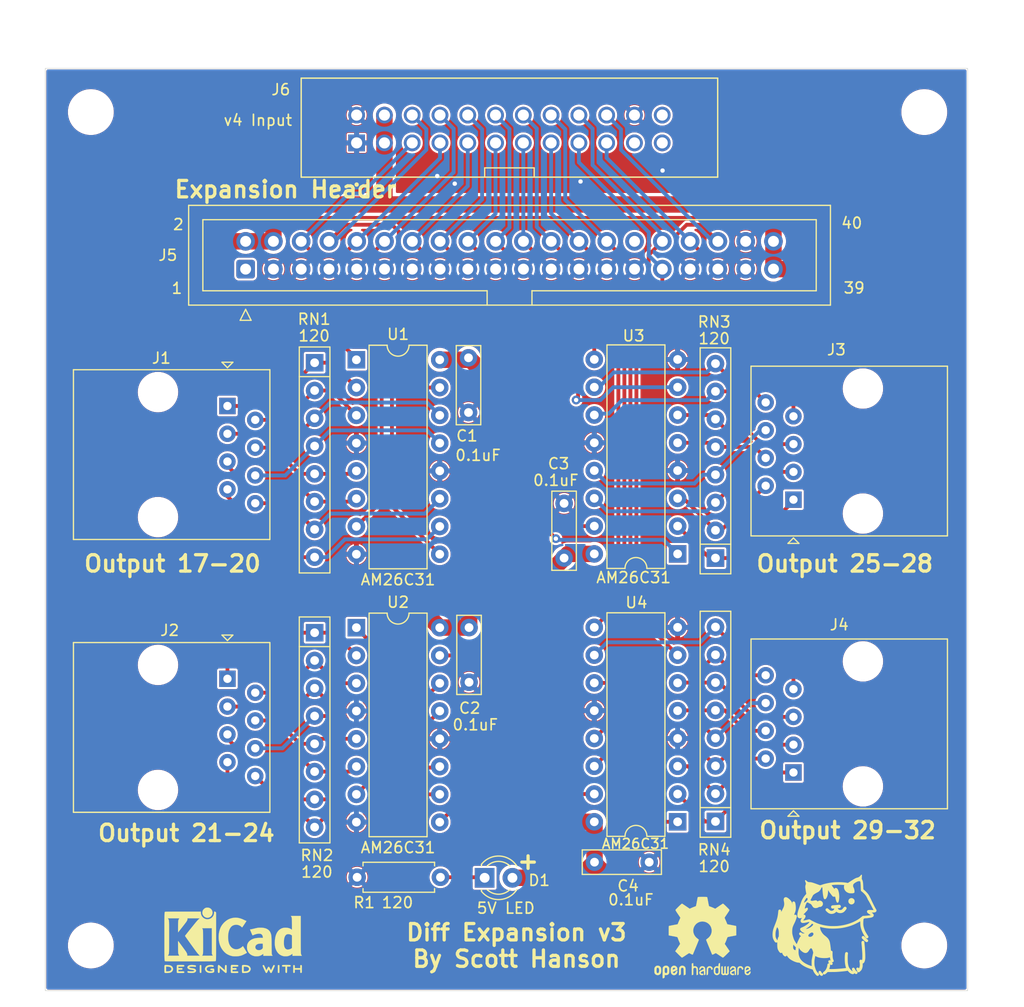
<source format=kicad_pcb>
(kicad_pcb (version 20211014) (generator pcbnew)
  (title_block (title "Diff Expansion") (date "2022-01-07") (rev "v3") (company "Scott Hanson"))
  (layers (0 "F.Cu" signal) (31 "B.Cu" signal) (34 "B.Paste" user) (35 "F.Paste" user) (36 "B.SilkS" user "B.Silkscreen") (37 "F.SilkS" user "F.Silkscreen") (38 "B.Mask" user) (39 "F.Mask" user) (44 "Edge.Cuts" user))
  (net 0 "")
  (net 1 "GND")
  (net 2 "+5V")
  (net 3 "OUT32")
  (net 4 "OUT24")
  (net 5 "OUT31")
  (net 6 "OUT23")
  (net 7 "OUT30")
  (net 8 "OUT22")
  (net 9 "OUT21")
  (net 10 "OUT20")
  (net 11 "OUT27")
  (net 12 "OUT19")
  (net 13 "OUT26")
  (net 14 "OUT18")
  (net 15 "OUT25")
  (net 16 "OUT17")
  (net 17 "OUT29")
  (net 18 "OUT28")
  (net 19 "Net-(D1-Pad1)")
  (net 20 "/Serial4_N")
  (net 21 "/Serial4_P")
  (net 22 "/Serial2_N")
  (net 23 "/Serial3_P")
  (net 24 "/Serial3_N")
  (net 25 "/Serial2_P")
  (net 26 "/Serial1_N")
  (net 27 "/Serial1_P")
  (net 28 "/Serial8_N")
  (net 29 "/Serial8_P")
  (net 30 "/Serial6_N")
  (net 31 "/Serial7_P")
  (net 32 "/Serial7_N")
  (net 33 "/Serial6_P")
  (net 34 "/Serial5_N")
  (net 35 "/Serial5_P")
  (net 36 "/Serial12_N")
  (net 37 "/Serial12_P")
  (net 38 "/Serial10_N")
  (net 39 "/Serial11_P")
  (net 40 "/Serial11_N")
  (net 41 "/Serial10_P")
  (net 42 "/Serial9_N")
  (net 43 "/Serial9_P")
  (net 44 "/Serial16_N")
  (net 45 "/Serial16_P")
  (net 46 "/Serial14_N")
  (net 47 "/Serial15_P")
  (net 48 "/Serial15_N")
  (net 49 "/Serial14_P")
  (net 50 "/Serial13_N")
  (net 51 "/Serial13_P")
  (footprint "Symbol:OSHW-Logo2_9.8x8mm_SilkScreen" (layer "F.Cu") (at 128.651 140.2428)
    (fp_text reference "REF**" hide)
    (fp_text value "OSHW-Logo2_9.8x8mm_SilkScreen" hide)
  )
  (footprint "MountingHole:MountingHole_3.7mm" (layer "F.Cu") (at 72.731 140.9698)
    (fp_text reference "REF**")
    (fp_text value "MountingHole_3.7mm")
  )
  (footprint "MountingHole:MountingHole_3.7mm" (layer "F.Cu") (at 148.931 141.0378)
    (fp_text reference "REF**")
    (fp_text value "MountingHole_3.7mm")
  )
  (footprint "Symbol:KiCad-Logo2_5mm_SilkScreen" (layer "F.Cu") (at 85.735 140.4818)
    (fp_text reference "REF**" hide)
    (fp_text value "KiCad-Logo2_5mm_SilkScreen" hide)
  )
  (footprint "Package_DIP:DIP-16_W7.62mm" (layer "F.Cu") (at 126.379 129.6618 180)
    (fp_text reference "U4")
    (fp_text value "AM26C31")
  )
  (footprint "Package_DIP:DIP-16_W7.62mm" (layer "F.Cu") (at 126.379 105.1678 180)
    (fp_text reference "U3")
    (fp_text value "AM26C31")
  )
  (footprint "Package_DIP:DIP-16_W7.62mm" (layer "F.Cu") (at 97.009 111.9118)
    (fp_text reference "U2")
    (fp_text value "AM26C31")
  )
  (footprint "Connector_RJ:RJ45_Amphenol_54602-x08_Horizontal" (layer "F.Cu") (at 85.219 116.5868 -90)
    (fp_text reference "J2")
    (fp_text value "RJ45")
  )
  (footprint "Capacitor_THT:C_Rect_L7.0mm_W2.0mm_P5.00mm" (layer "F.Cu") (at 115.999 105.5478 90)
    (fp_text reference "C3")
    (fp_text value "0.1uF")
  )
  (footprint "Package_DIP:DIP-16_W7.62mm" (layer "F.Cu") (at 97.009 87.4178)
    (fp_text reference "U1")
    (fp_text value "AM26C31")
  )
  (footprint "Resistor_THT:R_Array_SIP8" (layer "F.Cu") (at 129.839 129.6318 90)
    (fp_text reference "RN4")
    (fp_text value "120")
  )
  (footprint "Resistor_THT:R_Array_SIP8" (layer "F.Cu") (at 129.839 105.5478 90)
    (fp_text reference "RN3")
    (fp_text value "120")
  )
  (footprint "Capacitor_THT:C_Rect_L7.0mm_W2.0mm_P5.00mm" (layer "F.Cu") (at 107.259 87.2378 -90)
    (fp_text reference "C1")
    (fp_text value "0.1uF")
  )
  (footprint "Resistor_THT:R_Array_SIP8" (layer "F.Cu") (at 93.189 87.6878 -90)
    (fp_text reference "RN1")
    (fp_text value "120")
  )
  (footprint "Connector_RJ:RJ45_Amphenol_54602-x08_Horizontal" (layer "F.Cu") (at 136.969 125.1518 90)
    (fp_text reference "J4")
    (fp_text value "RJ45")
  )
  (footprint "Connector_RJ:RJ45_Amphenol_54602-x08_Horizontal" (layer "F.Cu") (at 136.969 100.2078 90)
    (fp_text reference "J3")
    (fp_text value "RJ45")
  )
  (footprint "Connector_RJ:RJ45_Amphenol_54602-x08_Horizontal" (layer "F.Cu") (at 85.219 91.6428 -90)
    (fp_text reference "J1")
    (fp_text value "RJ45")
  )
  (footprint "Capacitor_THT:C_Rect_L7.0mm_W2.0mm_P5.00mm" (layer "F.Cu") (at 107.309 111.9018 -90)
    (fp_text reference "C2")
    (fp_text value "0.1uF")
  )
  (footprint "Capacitor_THT:C_Rect_L7.0mm_W2.0mm_P5.00mm" (layer "F.Cu") (at 118.779 133.3518)
    (fp_text reference "C4")
    (fp_text value "0.1uF")
  )
  (footprint "LED_THT:LED_D3.0mm_Clear" (layer "F.Cu") (at 108.735 134.7818)
    (fp_text reference "D1")
    (fp_text value "5V LED")
  )
  (footprint "Resistor_THT:R_Axial_DIN0207_L6.3mm_D2.5mm_P7.62mm_Horizontal" (layer "F.Cu") (at 97.075 134.7318)
    (fp_text reference "R1")
    (fp_text value "120")
  )
  (footprint "Resistor_THT:R_Array_SIP8" (layer "F.Cu") (at 93.189 112.3718 -90)
    (fp_text reference "RN2")
    (fp_text value "120")
  )
  (footprint "Connector_IDC:IDC-Header_2x20_P2.54mm_Vertical" (layer "F.Cu") (at 86.881 79.1298 90)
    (fp_text reference "J5")
    (fp_text value "Expansion Header")
  )
  (footprint "MountingHole:MountingHole_3.7mm" (layer "F.Cu") (at 148.931 64.7698)
    (fp_text reference "REF**")
    (fp_text value "MountingHole_3.7mm")
  )
  (footprint "MountingHole:MountingHole_3.7mm" (layer "F.Cu") (at 72.731 64.7698)
    (fp_text reference "REF**")
    (fp_text value "MountingHole_3.7mm")
  )
  (footprint "302-S241:OST_302-S241" (layer "F.Cu") (at 111.001 66.3178)
    (fp_text reference "J6")
    (fp_text value "v4 Input")
  )
  (footprint "Scotts:chewi_15" (layer "F.Cu") (at 139.601 137.9678)
    (fp_text reference "G***")
    (fp_text value "LOGO" hide)
  )
  (gr_line (start 152.891 145.1018) (end 152.891 60.7738) (layer "Edge.Cuts") (width 0.05))
  (gr_line (start 68.563 60.7738) (end 68.563 145.1018) (layer "Edge.Cuts") (width 0.05))
  (gr_line (start 152.891 60.7738) (end 68.563 60.7738) (layer "Edge.Cuts") (width 0.05))
  (gr_line (start 152.891 145.1018) (end 68.563 145.1018) (layer "Edge.Cuts") (width 0.05))
  (gr_text "+" (at 112.705 133.2378) (layer "F.SilkS") (effects (font (size 1.5 1.5) (thickness 0.3))))
  (gr_text "${TITLE} ${REVISION}\nBy ${COMPANY}" (at 111.643 140.9898) (layer "F.SilkS") (effects (font (size 1.5 1.5) (thickness 0.3))))
  (gr_text "Output 25-28" (at 141.661 106.0598) (layer "F.SilkS") (effects (font (size 1.5 1.5) (thickness 0.3))))
  (gr_text "39" (at 142.521 80.8498) (layer "F.SilkS") (effects (font (size 1 1))))
  (gr_text "2" (at 80.731 75.0498) (layer "F.SilkS") (effects (font (size 1 1))))
  (gr_text "1" (at 80.601 80.8798) (layer "F.SilkS") (effects (font (size 1 1))))
  (gr_text "40" (at 142.301 74.9178) (layer "F.SilkS") (effects (font (size 1 1))))
  (gr_text "Output 17-20" (at 80.193 106.0598) (layer "F.SilkS") (effects (font (size 1.5 1.5) (thickness 0.3))))
  (gr_text "Output 29-32" (at 141.915 130.4438) (layer "F.SilkS") (effects (font (size 1.5 1.5) (thickness 0.3))))
  (gr_text "Output 21-24" (at 81.463 130.6978) (layer "F.SilkS") (effects (font (size 1.5 1.5) (thickness 0.3))))
  (via (at 125.001 70.1178) (size 0.8) (drill 0.4) (layers "F.Cu" "B.Cu") (net 1))
  (via (at 104.401 70.6178) (size 0.8) (drill 0.4) (layers "F.Cu" "B.Cu") (net 1))
  (via (at 117.501 71.1178) (size 0.8) (drill 0.4) (layers "F.Cu" "B.Cu") (net 1))
  (via (at 106.001 71.3178) (size 0.8) (drill 0.4) (layers "F.Cu" "B.Cu") (net 1))
  (segment (start 118.759 105.1678) (end 116.379 105.1678) (width 1.5) (layer "F.Cu") (net 2))
  (segment (start 116.379 105.1678) (end 115.999 105.5478) (width 1.5) (layer "F.Cu") (net 2))
  (segment (start 104.629 87.4178) (end 107.079 87.4178) (width 1.5) (layer "F.Cu") (net 2))
  (segment (start 107.079 87.4178) (end 107.259 87.2378) (width 1.5) (layer "F.Cu") (net 2))
  (segment (start 135.141 76.5898) (end 135.141 75.368486) (width 1.5) (layer "F.Cu") (net 2))
  (segment (start 89.421 75.368486) (end 89.421 76.5898) (width 1.5) (layer "F.Cu") (net 2))
  (segment (start 89.421 76.5898) (end 86.881 76.5898) (width 1.5) (layer "F.Cu") (net 2))
  (segment (start 135.141 79.1298) (end 135.141 76.5898) (width 1.5) (layer "F.Cu") (net 2))
  (segment (start 99.501 73.2178) (end 96.801 73.2178) (width 1.5) (layer "F.Cu") (net 2))
  (segment (start 82.987 103.2658) (end 88.575 108.8538) (width 1.5) (layer "F.Cu") (net 2))
  (segment (start 116.619 129.6618) (end 118.759 129.6618) (width 1.5) (layer "F.Cu") (net 2))
  (segment (start 118.759 132.119802) (end 118.759 130.79317) (width 1.5) (layer "F.Cu") (net 2))
  (segment (start 117.349 134.7818) (end 118.779 133.3518) (width 1.5) (layer "F.Cu") (net 2))
  (segment (start 118.779 133.4698) (end 118.779 133.3518) (width 1.5) (layer "F.Cu") (net 2))
  (segment (start 114.229 127.2718) (end 116.619 129.6618) (width 1.5) (layer "F.Cu") (net 2))
  (segment (start 121.321 136.0118) (end 118.779 133.4698) (width 1.5) (layer "F.Cu") (net 2))
  (segment (start 111.275 134.7818) (end 117.349 134.7818) (width 1.5) (layer "F.Cu") (net 2))
  (segment (start 99.571 67.5878) (end 99.571 73.1478) (width 1.5) (layer "F.Cu") (net 2))
  (segment (start 139.375 130.5758) (end 133.939 136.0118) (width 1.5) (layer "F.Cu") (net 2))
  (segment (start 107.319 111.8918) (end 107.309 111.9018) (width 1.5) (layer "F.Cu") (net 2))
  (segment (start 135.141 79.1298) (end 136.321 79.1298) (width 1.5) (layer "F.Cu") (net 2))
  (segment (start 109.403 94.1218) (end 107.319 96.2058) (width 1.5) (layer "F.Cu") (net 2))
  (segment (start 86.881 76.5898) (end 85.659686 76.5898) (width 1.5) (layer "F.Cu") (net 2))
  (segment (start 104.639 111.9018) (end 104.629 111.9118) (width 1.5) (layer "F.Cu") (net 2))
  (segment (start 118.779 129.6818) (end 118.759 129.6618) (width 1.5) (layer "F.Cu") (net 2))
  (segment (start 132.990314 73.2178) (end 99.501 73.2178) (width 1.5) (layer "F.Cu") (net 2))
  (segment (start 118.779 133.3518) (end 118.779 129.6818) (width 1.5) (layer "F.Cu") (net 2))
  (segment (start 85.659686 76.5898) (end 82.987 79.262486) (width 1.5) (layer "F.Cu") (net 2))
  (segment (start 109.403 89.3818) (end 109.403 94.1218) (width 1.5) (layer "F.Cu") (net 2))
  (segment (start 115.999 105.5478) (end 114.229 107.3178) (width 1.5) (layer "F.Cu") (net 2))
  (segment (start 101.571 108.8538) (end 104.629 111.9118) (width 1.5) (layer "F.Cu") (net 2))
  (segment (start 114.229 107.3178) (end 114.229 127.2718) (width 1.5) (layer "F.Cu") (net 2))
  (segment (start 96.801 73.2178) (end 91.571686 73.2178) (width 1.5) (layer "F.Cu") (net 2))
  (segment (start 133.939 136.0118) (end 121.321 136.0118) (width 1.5) (layer "F.Cu") (net 2))
  (segment (start 139.375 82.1838) (end 139.375 130.5758) (width 1.5) (layer "F.Cu") (net 2))
  (segment (start 82.987 79.262486) (end 82.987 103.2658) (width 1.5) (layer "F.Cu") (net 2))
  (segment (start 118.759 130.79317) (end 118.759 129.6618) (width 1.5) (layer "F.Cu") (net 2))
  (segment (start 107.259 87.2378) (end 109.403 89.3818) (width 1.5) (layer "F.Cu") (net 2))
  (segment (start 88.575 108.8538) (end 101.571 108.8538) (width 1.5) (layer "F.Cu") (net 2))
  (segment (start 107.319 96.2058) (end 107.319 111.8918) (width 1.5) (layer "F.Cu") (net 2))
  (segment (start 136.321 79.1298) (end 139.375 82.1838) (width 1.5) (layer "F.Cu") (net 2))
  (segment (start 135.141 75.368486) (end 132.990314 73.2178) (width 1.5) (layer "F.Cu") (net 2))
  (segment (start 91.571686 73.2178) (end 89.421 75.368486) (width 1.5) (layer "F.Cu") (net 2))
  (segment (start 107.309 111.9018) (end 104.639 111.9018) (width 1.5) (layer "F.Cu") (net 2))
  (segment (start 99.571 73.1478) (end 99.501 73.2178) (width 1.5) (layer "F.Cu") (net 2))
  (segment (start 99.571 65.0478) (end 99.571 67.5878) (width 1.5) (layer "F.Cu") (net 2))
  (segment (start 129.197401 75.726201) (end 130.061 76.5898) (width 0.35) (layer "F.Cu") (net 3))
  (segment (start 122.060989 86.527978) (end 126.261 82.327968) (width 0.35) (layer "F.Cu") (net 3))
  (segment (start 118.759 111.8818) (end 122.060989 108.579811) (width 0.35) (layer "F.Cu") (net 3))
  (segment (start 127.20587 75.0718) (end 128.543 75.0718) (width 0.35) (layer "F.Cu") (net 3))
  (segment (start 126.261 82.327968) (end 126.261 76.01667) (width 0.35) (layer "F.Cu") (net 3))
  (segment (start 122.060989 108.579811) (end 122.060989 86.527978) (width 0.35) (layer "F.Cu") (net 3))
  (segment (start 128.543 75.0718) (end 129.197401 75.726201) (width 0.35) (layer "F.Cu") (net 3))
  (segment (start 126.261 76.01667) (end 127.20587 75.0718) (width 0.35) (layer "F.Cu") (net 3))
  (segment (start 129.573 76.5898) (end 130.061 76.5898) (width 0.35) (layer "B.Cu") (net 3))
  (segment (start 121.201 66.3578) (end 121.201 68.2178) (width 0.35) (layer "B.Cu") (net 3))
  (segment (start 119.891 65.0478) (end 121.201 66.3578) (width 0.35) (layer "B.Cu") (net 3))
  (segment (start 121.201 68.2178) (end 129.573 76.5898) (width 0.35) (layer "B.Cu") (net 3))
  (segment (start 109.741 76.5898) (end 110.979601 77.828401) (width 0.35) (layer "F.Cu") (net 4))
  (segment (start 110.979601 77.828401) (end 110.979601 82.824902) (width 0.35) (layer "F.Cu") (net 4))
  (segment (start 110.979601 82.824902) (end 112.577033 84.422334) (width 0.35) (layer "F.Cu") (net 4))
  (segment (start 112.577033 84.422334) (end 112.577033 121.743767) (width 0.35) (layer "F.Cu") (net 4))
  (segment (start 105.428999 128.891801) (end 104.629 129.6918) (width 0.35) (layer "F.Cu") (net 4))
  (segment (start 112.577033 121.743767) (end 105.428999 128.891801) (width 0.35) (layer "F.Cu") (net 4))
  (segment (start 111.001 75.3298) (end 111.001 66.3178) (width 0.35) (layer "B.Cu") (net 4))
  (segment (start 109.741 76.5898) (end 111.001 75.3298) (width 0.35) (layer "B.Cu") (net 4))
  (segment (start 111.001 66.3178) (end 109.731 65.0478) (width 0.35) (layer "B.Cu") (net 4))
  (segment (start 122.611 86.7558) (end 128.822399 80.544401) (width 0.35) (layer "F.Cu") (net 5))
  (segment (start 122.611 110.6538) (end 122.611 86.7558) (width 0.35) (layer "F.Cu") (net 5))
  (segment (start 128.759601 77.828401) (end 127.521 76.5898) (width 0.35) (layer "F.Cu") (net 5))
  (segment (start 128.822399 80.544401) (end 128.822399 77.891199) (width 0.35) (layer "F.Cu") (net 5))
  (segment (start 126.379 114.4218) (end 122.611 110.6538) (width 0.35) (layer "F.Cu") (net 5))
  (segment (start 128.822399 77.891199) (end 128.759601 77.828401) (width 0.35) (layer "F.Cu") (net 5))
  (segment (start 119.891 68.9598) (end 127.521 76.5898) (width 0.35) (layer "B.Cu") (net 5))
  (segment (start 119.891 67.5878) (end 119.891 68.9598) (width 0.35) (layer "B.Cu") (net 5))
  (segment (start 98.373999 125.786801) (end 105.931999 125.786801) (width 0.35) (layer "F.Cu") (net 6))
  (segment (start 105.931999 125.786801) (end 112.027022 119.691778) (width 0.35) (layer "F.Cu") (net 6))
  (segment (start 112.027022 119.691778) (end 112.027022 84.650156) (width 0.35) (layer "F.Cu") (net 6))
  (segment (start 108.439601 77.828401) (end 108.439601 81.062735) (width 0.35) (layer "F.Cu") (net 6))
  (segment (start 108.439601 81.062735) (end 112.027022 84.650156) (width 0.35) (layer "F.Cu") (net 6))
  (segment (start 108.439601 77.828401) (end 107.201 76.5898) (width 0.35) (layer "F.Cu") (net 6))
  (segment (start 97.009 127.1518) (end 98.373999 125.786801) (width 0.35) (layer "F.Cu") (net 6))
  (segment (start 109.731 67.5878) (end 109.731 74.0598) (width 0.35) (layer "B.Cu") (net 6))
  (segment (start 109.731 74.0598) (end 107.201 76.5898) (width 0.35) (layer "B.Cu") (net 6))
  (segment (start 120.960967 86.072334) (end 120.960967 105.408001) (width 0.35) (layer "F.Cu") (net 7))
  (segment (start 116.472989 125.967159) (end 117.62763 127.1218) (width 0.35) (layer "F.Cu") (net 7))
  (segment (start 124.981 76.5898) (end 123.730989 77.839811) (width 0.35) (layer "F.Cu") (net 7))
  (segment (start 116.472989 109.895978) (end 116.472989 125.967159) (width 0.35) (layer "F.Cu") (net 7))
  (segment (start 117.62763 127.1218) (end 118.759 127.1218) (width 0.35) (layer "F.Cu") (net 7))
  (segment (start 123.730989 77.839811) (end 123.730989 83.302315) (width 0.35) (layer "F.Cu") (net 7))
  (segment (start 123.730989 83.302315) (end 120.960967 86.072334) (width 0.35) (layer "F.Cu") (net 7))
  (segment (start 120.960967 105.408001) (end 116.472989 109.895978) (width 0.35) (layer "F.Cu") (net 7))
  (segment (start 124.981 76.5898) (end 124.981 75.9978) (width 0.35) (layer "B.Cu") (net 7))
  (segment (start 118.601 69.6178) (end 118.601 66.2978) (width 0.35) (layer "B.Cu") (net 7))
  (segment (start 124.981 75.9978) (end 118.601 69.6178) (width 0.35) (layer "B.Cu") (net 7))
  (segment (start 118.601 66.2978) (end 117.351 65.0478) (width 0.35) (layer "B.Cu") (net 7))
  (segment (start 104.629 114.4518) (end 107.869 114.4518) (width 0.35) (layer "F.Cu") (net 8))
  (segment (start 106.880435 80.9138) (end 107.512831 80.9138) (width 0.35) (layer "F.Cu") (net 8))
  (segment (start 111.477011 110.84379) (end 111.477011 84.877978) (width 0.35) (layer "F.Cu") (net 8))
  (segment (start 107.512831 80.9138) (end 111.47701 84.877979) (width 0.35) (layer "F.Cu") (net 8))
  (segment (start 104.661 76.5898) (end 105.899601 77.828401) (width 0.35) (layer "F.Cu") (net 8))
  (segment (start 105.899601 79.932966) (end 106.880435 80.9138) (width 0.35) (layer "F.Cu") (net 8))
  (segment (start 107.869 114.4518) (end 111.477011 110.84379) (width 0.35) (layer "F.Cu") (net 8))
  (segment (start 105.899601 77.828401) (end 105.899601 79.932966) (width 0.35) (layer "F.Cu") (net 8))
  (segment (start 108.501 66.3578) (end 107.191 65.0478) (width 0.35) (layer "B.Cu") (net 8))
  (segment (start 108.501 72.7498) (end 108.501 66.3578) (width 0.35) (layer "B.Cu") (net 8))
  (segment (start 104.661 76.5898) (end 108.501 72.7498) (width 0.35) (layer "B.Cu") (net 8))
  (segment (start 103.359601 77.828401) (end 102.121 76.5898) (width 0.35) (layer "F.Cu") (net 9))
  (segment (start 98.287 113.2318) (end 108.311168 113.2318) (width 0.35) (layer "F.Cu") (net 9))
  (segment (start 97.009 111.9118) (end 97.009 111.9538) (width 0.35) (layer "F.Cu") (net 9))
  (segment (start 110.927 110.615968) (end 110.927 85.2318) (width 0.35) (layer "F.Cu") (net 9))
  (segment (start 97.009 111.9538) (end 98.287 113.2318) (width 0.35) (layer "F.Cu") (net 9))
  (segment (start 108.311168 113.2318) (end 110.927 110.615968) (width 0.35) (layer "F.Cu") (net 9))
  (segment (start 107.371 81.6758) (end 104.831 81.6758) (width 0.35) (layer "F.Cu") (net 9))
  (segment (start 103.359601 80.204401) (end 103.359601 77.828401) (width 0.35) (layer "F.Cu") (net 9))
  (segment (start 110.927 85.2318) (end 107.371 81.6758) (width 0.35) (layer "F.Cu") (net 9))
  (segment (start 104.831 81.6758) (end 103.359601 80.204401) (width 0.35) (layer "F.Cu") (net 9))
  (segment (start 107.191 71.5198) (end 102.121 76.5898) (width 0.35) (layer "B.Cu") (net 9))
  (segment (start 107.191 67.5878) (end 107.191 71.5198) (width 0.35) (layer "B.Cu") (net 9))
  (segment (start 99.581 76.5898) (end 98.341011 77.829789) (width 0.35) (layer "F.Cu") (net 10))
  (segment (start 103.829001 104.397801) (end 104.629 105.1978) (width 0.35) (layer "F.Cu") (net 10))
  (segment (start 100.259 85.7398) (end 100.259 100.8278) (width 0.35) (layer "F.Cu") (net 10))
  (segment (start 98.341011 77.829789) (end 98.341011 83.821811) (width 0.35) (layer "F.Cu") (net 10))
  (segment (start 98.341011 83.821811) (end 100.259 85.7398) (width 0.35) (layer "F.Cu") (net 10))
  (segment (start 100.259 100.8278) (end 103.829001 104.397801) (width 0.35) (layer "F.Cu") (net 10))
  (segment (start 105.901 70.2698) (end 105.901 66.2978) (width 0.35) (layer "B.Cu") (net 10))
  (segment (start 99.581 76.5898) (end 105.901 70.2698) (width 0.35) (layer "B.Cu") (net 10))
  (segment (start 105.901 66.2978) (end 104.651 65.0478) (width 0.35) (layer "B.Cu") (net 10))
  (segment (start 117.361 76.5898) (end 118.599601 77.828401) (width 0.35) (layer "F.Cu") (net 11))
  (segment (start 117.277 90.9198) (end 117.099 91.0978) (width 0.35) (layer "F.Cu") (net 11))
  (segment (start 118.599601 77.828401) (end 118.599601 84.417199) (width 0.35) (layer "F.Cu") (net 11))
  (segment (start 118.599601 84.417199) (end 117.277 85.7398) (width 0.35) (layer "F.Cu") (net 11))
  (segment (start 117.277 85.7398) (end 117.277 90.9198) (width 0.35) (layer "F.Cu") (net 11))
  (via (at 117.099 91.0978) (size 0.8) (drill 0.4) (layers "F.Cu" "B.Cu") (net 11))
  (segment (start 126.379 89.9278) (end 120.498002 89.9278) (width 0.35) (layer "B.Cu") (net 11))
  (segment (start 114.811 67.5878) (end 114.811 74.0398) (width 0.35) (layer "B.Cu") (net 11))
  (segment (start 117.104001 91.102801) (end 117.099 91.0978) (width 0.35) (layer "B.Cu") (net 11))
  (segment (start 114.811 74.0398) (end 117.361 76.5898) (width 0.35) (layer "B.Cu") (net 11))
  (segment (start 120.498002 89.9278) (end 119.323001 91.102801) (width 0.35) (layer "B.Cu") (net 11))
  (segment (start 119.323001 91.102801) (end 117.104001 91.102801) (width 0.35) (layer "B.Cu") (net 11))
  (segment (start 97.041 76.5898) (end 95.741 77.8898) (width 0.35) (layer "F.Cu") (net 12))
  (segment (start 99.319 100.3478) (end 97.009 102.6578) (width 0.35) (layer "F.Cu") (net 12))
  (segment (start 99.319 86.3238) (end 99.319 100.3478) (width 0.35) (layer "F.Cu") (net 12))
  (segment (start 95.741 82.7458) (end 99.319 86.3238) (width 0.35) (layer "F.Cu") (net 12))
  (segment (start 95.741 82.7458) (end 95.741 77.8898) (width 0.35) (layer "F.Cu") (net 12))
  (segment (start 104.651 67.5878) (end 104.651 68.9798) (width 0.35) (layer "B.Cu") (net 12))
  (segment (start 104.651 68.9798) (end 97.041 76.5898) (width 0.35) (layer "B.Cu") (net 12))
  (segment (start 115.877 102.6278) (end 113.721 100.4718) (width 0.35) (layer "F.Cu") (net 13))
  (segment (start 113.721 100.4718) (end 113.721 82.6918) (width 0.35) (layer "F.Cu") (net 13))
  (segment (start 113.721 82.6918) (end 116.059601 80.353199) (width 0.35) (layer "F.Cu") (net 13))
  (segment (start 116.059601 80.353199) (end 116.059601 77.828401) (width 0.35) (layer "F.Cu") (net 13))
  (segment (start 118.759 102.6278) (end 115.877 102.6278) (width 0.35) (layer "F.Cu") (net 13))
  (segment (start 116.059601 77.828401) (end 114.821 76.5898) (width 0.35) (layer "F.Cu") (net 13))
  (segment (start 113.501 75.2698) (end 113.501 66.2778) (width 0.35) (layer "B.Cu") (net 13))
  (segment (start 114.821 76.5898) (end 113.501 75.2698) (width 0.35) (layer "B.Cu") (net 13))
  (segment (start 113.501 66.2778) (end 112.271 65.0478) (width 0.35) (layer "B.Cu") (net 13))
  (segment (start 100.882399 75.695199) (end 100.882399 87.379199) (width 0.35) (layer "F.Cu") (net 14))
  (segment (start 100.882399 87.379199) (end 103.053 89.5498) (width 0.35) (layer "F.Cu") (net 14))
  (segment (start 100.259 75.0718) (end 100.882399 75.695199) (width 0.35) (layer "F.Cu") (net 14))
  (segment (start 94.501 76.5898) (end 96.019 75.0718) (width 0.35) (layer "F.Cu") (net 14))
  (segment (start 103.49763 89.9578) (end 104.629 89.9578) (width 0.35) (layer "F.Cu") (net 14))
  (segment (start 96.019 75.0718) (end 100.259 75.0718) (width 0.35) (layer "F.Cu") (net 14))
  (segment (start 103.053 89.5498) (end 103.08963 89.5498) (width 0.35) (layer "F.Cu") (net 14))
  (segment (start 103.08963 89.5498) (end 103.49763 89.9578) (width 0.35) (layer "F.Cu") (net 14))
  (segment (start 103.401 68.2178) (end 95.029 76.5898) (width 0.35) (layer "B.Cu") (net 14))
  (segment (start 95.029 76.5898) (end 94.501 76.5898) (width 0.35) (layer "B.Cu") (net 14))
  (segment (start 103.401 66.3378) (end 103.401 68.2178) (width 0.35) (layer "B.Cu") (net 14))
  (segment (start 102.111 65.0478) (end 103.401 66.3378) (width 0.35) (layer "B.Cu") (net 14))
  (segment (start 113.170989 80.955811) (end 113.170989 101.699789) (width 0.35) (layer "F.Cu") (net 15))
  (segment (start 113.170989 101.699789) (end 114.845001 103.373801) (width 0.35) (layer "F.Cu") (net 15))
  (segment (start 114.845001 103.373801) (end 115.245 103.7738) (width 0.35) (layer "F.Cu") (net 15))
  (segment (start 113.519601 80.607199) (end 113.170989 80.955811) (width 0.35) (layer "F.Cu") (net 15))
  (segment (start 113.519601 77.828401) (end 113.519601 80.607199) (width 0.35) (layer "F.Cu") (net 15))
  (segment (start 112.281 76.5898) (end 113.519601 77.828401) (width 0.35) (layer "F.Cu") (net 15))
  (via (at 115.245 103.7738) (size 0.8) (drill 0.4) (layers "F.Cu" "B.Cu") (net 15))
  (segment (start 112.271 67.5878) (end 112.271 76.5798) (width 0.35) (layer "B.Cu") (net 15))
  (segment (start 126.379 105.1678) (end 125.093001 103.881801) (width 0.35) (layer "B.Cu") (net 15))
  (segment (start 115.353001 103.881801) (end 115.245 103.7738) (width 0.35) (layer "B.Cu") (net 15))
  (segment (start 125.093001 103.881801) (end 115.353001 103.881801) (width 0.35) (layer "B.Cu") (net 15))
  (segment (start 112.271 76.5798) (end 112.281 76.5898) (width 0.35) (layer "B.Cu") (net 15))
  (segment (start 91.961 76.5898) (end 93.199601 77.828401) (width 0.35) (layer "F.Cu") (net 16))
  (segment (start 93.199601 77.828401) (end 93.199601 83.506401) (width 0.35) (layer "F.Cu") (net 16))
  (segment (start 93.199601 83.506401) (end 97.009 87.3158) (width 0.35) (layer "F.Cu") (net 16))
  (segment (start 97.009 87.3158) (end 97.009 87.4178) (width 0.35) (layer "F.Cu") (net 16))
  (segment (start 97.481 72.2178) (end 96.333 72.2178) (width 0.35) (layer "B.Cu") (net 16))
  (segment (start 96.333 72.2178) (end 91.961 76.5898) (width 0.35) (layer "B.Cu") (net 16))
  (segment (start 102.111 67.5878) (end 97.481 72.2178) (width 0.35) (layer "B.Cu") (net 16))
  (segment (start 124.981 79.1298) (end 124.981 82.830136) (width 0.35) (layer "F.Cu") (net 17))
  (segment (start 121.510978 86.300156) (end 121.510978 105.635823) (width 0.35) (layer "F.Cu") (net 17))
  (segment (start 117.023 124.8558) (end 118.039 125.8718) (width 0.35) (layer "F.Cu") (net 17))
  (segment (start 124.981 82.830136) (end 121.510978 86.300156) (width 0.35) (layer "F.Cu") (net 17))
  (segment (start 125.229 129.6618) (end 126.379 129.6618) (width 0.35) (layer "F.Cu") (net 17))
  (segment (start 121.439 125.8718) (end 125.229 129.6618) (width 0.35) (layer "F.Cu") (net 17))
  (segment (start 117.023 110.1238) (end 117.023 124.8558) (width 0.35) (layer "F.Cu") (net 17))
  (segment (start 118.039 125.8718) (end 121.439 125.8718) (width 0.35) (layer "F.Cu") (net 17))
  (segment (start 121.510978 105.635823) (end 117.023 110.1238) (width 0.35) (layer "F.Cu") (net 17))
  (segment (start 117.351 69.3678) (end 123.742399 75.759199) (width 0.35) (layer "B.Cu") (net 17))
  (segment (start 123.742399 77.891199) (end 124.981 79.1298) (width 0.35) (layer "B.Cu") (net 17))
  (segment (start 117.351 67.5878) (end 117.351 69.3678) (width 0.35) (layer "B.Cu") (net 17))
  (segment (start 123.742399 75.759199) (end 123.742399 77.891199) (width 0.35) (layer "B.Cu") (net 17))
  (segment (start 119.901 76.5898) (end 121.139601 77.828401) (width 0.35) (layer "F.Cu") (net 18))
  (segment (start 118.759 86.25643) (end 118.759 87.3878) (width 0.35) (layer "F.Cu") (net 18))
  (segment (start 121.139601 83.875829) (end 118.759 86.25643) (width 0.35) (layer "F.Cu") (net 18))
  (segment (start 121.139601 83.875829) (end 121.139601 77.828401) (width 0.35) (layer "F.Cu") (net 18))
  (segment (start 116.101 72.7898) (end 116.101 66.3378) (width 0.35) (layer "B.Cu") (net 18))
  (segment (start 116.101 66.3378) (end 114.811 65.0478) (width 0.35) (layer "B.Cu") (net 18))
  (segment (start 119.901 76.5898) (end 116.101 72.7898) (width 0.35) (layer "B.Cu") (net 18))
  (segment (start 104.695 134.7318) (end 108.685 134.7318) (width 0.35) (layer "F.Cu") (net 19))
  (segment (start 108.685 134.7318) (end 108.735 134.7818) (width 0.35) (layer "F.Cu") (net 19))
  (segment (start 87.759 100.5328) (end 90.794 100.5328) (width 0.35) (layer "F.Cu") (net 20))
  (segment (start 90.794 100.5328) (end 93.189 102.9278) (width 0.35) (layer "F.Cu") (net 20))
  (segment (start 94.634001 101.482799) (end 103.264001 101.482799) (width 0.35) (layer "B.Cu") (net 20))
  (segment (start 93.189 102.9278) (end 94.634001 101.482799) (width 0.35) (layer "B.Cu") (net 20))
  (segment (start 103.264001 101.482799) (end 103.829001 100.917799) (width 0.35) (layer "B.Cu") (net 20))
  (segment (start 103.829001 100.917799) (end 104.629 100.1178) (width 0.35) (layer "B.Cu") (net 20))
  (segment (start 85.219 99.9098) (end 85.219 99.2628) (width 0.35) (layer "F.Cu") (net 21))
  (segment (start 93.189 105.4678) (end 90.777 105.4678) (width 0.35) (layer "F.Cu") (net 21))
  (segment (start 90.777 105.4678) (end 85.219 99.9098) (width 0.35) (layer "F.Cu") (net 21))
  (segment (start 103.453999 103.832801) (end 103.829001 103.457799) (width 0.35) (layer "B.Cu") (net 21))
  (segment (start 95.955369 103.832801) (end 103.453999 103.832801) (width 0.35) (layer "B.Cu") (net 21))
  (segment (start 103.829001 103.457799) (end 104.629 102.6578) (width 0.35) (layer "B.Cu") (net 21))
  (segment (start 94.32037 105.4678) (end 95.955369 103.832801) (width 0.35) (layer "B.Cu") (net 21))
  (segment (start 93.189 105.4678) (end 94.32037 105.4678) (width 0.35) (layer "B.Cu") (net 21))
  (segment (start 90.504 97.9928) (end 93.189 95.3078) (width 0.35) (layer "B.Cu") (net 22))
  (segment (start 97.573001 93.862799) (end 97.578002 93.8678) (width 0.35) (layer "B.Cu") (net 22))
  (segment (start 93.189 95.3078) (end 94.629 93.8678) (width 0.35) (layer "B.Cu") (net 22))
  (segment (start 96.444999 93.862799) (end 97.573001 93.862799) (width 0.35) (layer "B.Cu") (net 22))
  (segment (start 87.759 97.9928) (end 90.504 97.9928) (width 0.35) (layer "B.Cu") (net 22))
  (segment (start 94.629 93.8678) (end 96.439998 93.8678) (width 0.35) (layer "B.Cu") (net 22))
  (segment (start 97.578002 93.8678) (end 103.459 93.8678) (width 0.35) (layer "B.Cu") (net 22))
  (segment (start 96.439998 93.8678) (end 96.444999 93.862799) (width 0.35) (layer "B.Cu") (net 22))
  (segment (start 103.459 93.8678) (end 104.629 95.0378) (width 0.35) (layer "B.Cu") (net 22))
  (segment (start 96.739 100.3878) (end 97.009 100.1178) (width 0.35) (layer "F.Cu") (net 23))
  (segment (start 93.189 100.3878) (end 96.739 100.3878) (width 0.35) (layer "F.Cu") (net 23))
  (segment (start 85.219 97.117802) (end 85.219 96.7228) (width 0.35) (layer "F.Cu") (net 23))
  (segment (start 87.508997 99.407799) (end 85.219 97.117802) (width 0.35) (layer "F.Cu") (net 23))
  (segment (start 93.189 100.3878) (end 92.208999 99.407799) (width 0.35) (layer "F.Cu") (net 23))
  (segment (start 92.208999 99.407799) (end 87.508997 99.407799) (width 0.35) (layer "F.Cu") (net 23))
  (segment (start 93.189 97.8478) (end 96.739 97.8478) (width 0.35) (layer "F.Cu") (net 24))
  (segment (start 96.739 97.8478) (end 97.009 97.5778) (width 0.35) (layer "F.Cu") (net 24))
  (segment (start 91.793 97.8478) (end 89.398 95.4528) (width 0.35) (layer "F.Cu") (net 24))
  (segment (start 93.189 97.8478) (end 91.793 97.8478) (width 0.35) (layer "F.Cu") (net 24))
  (segment (start 89.398 95.4528) (end 87.759 95.4528) (width 0.35) (layer "F.Cu") (net 24))
  (segment (start 91.774 94.1828) (end 85.219 94.1828) (width 0.35) (layer "F.Cu") (net 25))
  (segment (start 93.189 92.7678) (end 91.774 94.1828) (width 0.35) (layer "F.Cu") (net 25))
  (segment (start 97.573001 91.322799) (end 97.578002 91.3278) (width 0.35) (layer "B.Cu") (net 25))
  (segment (start 96.444999 91.322799) (end 97.573001 91.322799) (width 0.35) (layer "B.Cu") (net 25))
  (segment (start 93.189 92.7678) (end 94.629 91.3278) (width 0.35) (layer "B.Cu") (net 25))
  (segment (start 94.629 91.3278) (end 96.439998 91.3278) (width 0.35) (layer "B.Cu") (net 25))
  (segment (start 96.439998 91.3278) (end 96.444999 91.322799) (width 0.35) (layer "B.Cu") (net 25))
  (segment (start 97.578002 91.3278) (end 103.459 91.3278) (width 0.35) (layer "B.Cu") (net 25))
  (segment (start 103.459 91.3278) (end 104.629 92.4978) (width 0.35) (layer "B.Cu") (net 25))
  (segment (start 93.189 90.2278) (end 94.739 90.2278) (width 0.35) (layer "F.Cu") (net 26))
  (segment (start 94.739 90.2278) (end 97.009 92.4978) (width 0.35) (layer "F.Cu") (net 26))
  (segment (start 90.504 92.9128) (end 87.759 92.9128) (width 0.35) (layer "F.Cu") (net 26))
  (segment (start 93.189 90.2278) (end 90.504 92.9128) (width 0.35) (layer "F.Cu") (net 26))
  (segment (start 89.234 91.6428) (end 93.189 87.6878) (width 0.35) (layer "F.Cu") (net 27))
  (segment (start 97.009 89.9578) (end 94.739 87.6878) (width 0.35) (layer "F.Cu") (net 27))
  (segment (start 94.739 87.6878) (end 93.189 87.6878) (width 0.35) (layer "F.Cu") (net 27))
  (segment (start 85.219 91.6428) (end 89.234 91.6428) (width 0.35) (layer "F.Cu") (net 27))
  (segment (start 96.295184 125.636986) (end 96.444999 125.786801) (width 0.35) (layer "F.Cu") (net 28))
  (segment (start 94.32037 127.6118) (end 96.295184 125.636986) (width 0.35) (layer "F.Cu") (net 28))
  (segment (start 97.573001 125.786801) (end 98.184001 125.175801) (width 0.35) (layer "F.Cu") (net 28))
  (segment (start 93.189 127.6118) (end 94.32037 127.6118) (width 0.35) (layer "F.Cu") (net 28))
  (segment (start 98.184001 125.175801) (end 98.184001 124.7018) (width 0.35) (layer "F.Cu") (net 28))
  (segment (start 104.539 124.7018) (end 104.629 124.6118) (width 0.35) (layer "F.Cu") (net 28))
  (segment (start 96.444999 125.786801) (end 97.573001 125.786801) (width 0.35) (layer "F.Cu") (net 28))
  (segment (start 98.184001 124.7018) (end 104.539 124.7018) (width 0.35) (layer "F.Cu") (net 28))
  (segment (start 93.189 127.6118) (end 89.894 127.6118) (width 0.35) (layer "F.Cu") (net 28))
  (segment (start 89.894 127.6118) (end 87.759 125.4768) (width 0.35) (layer "F.Cu") (net 28))
  (segment (start 92.389001 129.351801) (end 89.303341 129.351801) (width 0.35) (layer "F.Cu") (net 29))
  (segment (start 89.303341 129.351801) (end 85.219 125.26746) (width 0.35) (layer "F.Cu") (net 29))
  (segment (start 93.189 130.1518) (end 92.389001 129.351801) (width 0.35) (layer "F.Cu") (net 29))
  (segment (start 85.219 125.26746) (end 85.219 124.2068) (width 0.35) (layer "F.Cu") (net 29))
  (segment (start 103.49763 127.1518) (end 102.23763 128.4118) (width 0.35) (layer "F.Cu") (net 29))
  (segment (start 93.988999 129.351801) (end 93.189 130.1518) (width 0.35) (layer "F.Cu") (net 29))
  (segment (start 104.629 127.1518) (end 103.49763 127.1518) (width 0.35) (layer "F.Cu") (net 29))
  (segment (start 94.929 128.4118) (end 93.988999 129.351801) (width 0.35) (layer "F.Cu") (net 29))
  (segment (start 102.23763 128.4118) (end 94.929 128.4118) (width 0.35) (layer "F.Cu") (net 29))
  (segment (start 93.189 119.9918) (end 94.32037 119.9918) (width 0.35) (layer "F.Cu") (net 30))
  (segment (start 103.829001 120.331799) (end 104.629 119.5318) (width 0.35) (layer "F.Cu") (net 30))
  (segment (start 94.32037 119.9918) (end 95.035371 120.706801) (width 0.35) (layer "F.Cu") (net 30))
  (segment (start 103.453999 120.706801) (end 103.829001 120.331799) (width 0.35) (layer "F.Cu") (net 30))
  (segment (start 95.035371 120.706801) (end 103.453999 120.706801) (width 0.35) (layer "F.Cu") (net 30))
  (segment (start 90.244 122.9368) (end 93.189 119.9918) (width 0.35) (layer "B.Cu") (net 30))
  (segment (start 87.759 122.9368) (end 90.244 122.9368) (width 0.35) (layer "B.Cu") (net 30))
  (segment (start 93.189 125.0718) (end 96.549 125.0718) (width 0.35) (layer "F.Cu") (net 31))
  (segment (start 96.549 125.0718) (end 97.009 124.6118) (width 0.35) (layer "F.Cu") (net 31))
  (segment (start 85.219 122.061802) (end 87.428999 124.271801) (width 0.35) (layer "F.Cu") (net 31))
  (segment (start 85.219 121.6668) (end 85.219 122.061802) (width 0.35) (layer "F.Cu") (net 31))
  (segment (start 87.428999 124.271801) (end 92.389001 124.271801) (width 0.35) (layer "F.Cu") (net 31))
  (segment (start 92.389001 124.271801) (end 93.189 125.0718) (width 0.35) (layer "F.Cu") (net 31))
  (segment (start 97.009 122.0718) (end 93.649 122.0718) (width 0.35) (layer "F.Cu") (net 32))
  (segment (start 93.649 122.0718) (end 93.189 122.5318) (width 0.35) (layer "F.Cu") (net 32))
  (segment (start 89.704 120.3968) (end 87.759 120.3968) (width 0.35) (layer "F.Cu") (net 32))
  (segment (start 91.839 122.5318) (end 89.704 120.3968) (width 0.35) (layer "F.Cu") (net 32))
  (segment (start 93.189 122.5318) (end 91.839 122.5318) (width 0.35) (layer "F.Cu") (net 32))
  (segment (start 91.514 119.1268) (end 85.219 119.1268) (width 0.35) (layer "F.Cu") (net 33))
  (segment (start 93.988999 118.251799) (end 103.369001 118.251799) (width 0.35) (layer "F.Cu") (net 33))
  (segment (start 93.189 117.4518) (end 91.514 119.1268) (width 0.35) (layer "F.Cu") (net 33))
  (segment (start 93.189 117.4518) (end 93.988999 118.251799) (width 0.35) (layer "F.Cu") (net 33))
  (segment (start 103.829001 117.791799) (end 104.629 116.9918) (width 0.35) (layer "F.Cu") (net 33))
  (segment (start 103.369001 118.251799) (end 103.829001 117.791799) (width 0.35) (layer "F.Cu") (net 33))
  (segment (start 90.244 117.8568) (end 93.189 114.9118) (width 0.35) (layer "F.Cu") (net 34))
  (segment (start 87.759 117.8568) (end 90.244 117.8568) (width 0.35) (layer "F.Cu") (net 34))
  (segment (start 97.009 116.9918) (end 95.269 116.9918) (width 0.35) (layer "F.Cu") (net 34))
  (segment (start 93.988999 115.711799) (end 93.189 114.9118) (width 0.35) (layer "F.Cu") (net 34))
  (segment (start 95.269 116.9918) (end 93.988999 115.711799) (width 0.35) (layer "F.Cu") (net 34))
  (segment (start 93.189 112.3718) (end 88.334 112.3718) (width 0.35) (layer "F.Cu") (net 35))
  (segment (start 85.219 115.4868) (end 85.219 116.5868) (width 0.35) (layer "F.Cu") (net 35))
  (segment (start 88.334 112.3718) (end 85.219 115.4868) (width 0.35) (layer "F.Cu") (net 35))
  (segment (start 93.189 112.3718) (end 94.929 112.3718) (width 0.35) (layer "F.Cu") (net 35))
  (segment (start 94.929 112.3718) (end 97.009 114.4518) (width 0.35) (layer "F.Cu") (net 35))
  (segment (start 129.839 90.3078) (end 133.419 90.3078) (width 0.35) (layer "F.Cu") (net 36))
  (segment (start 133.419 90.3078) (end 134.429 91.3178) (width 0.35) (layer "F.Cu") (net 36))
  (segment (start 120.071 92.3438) (end 118.883 92.3438) (width 0.35) (layer "B.Cu") (net 36))
  (segment (start 121.307001 91.107799) (end 120.071 92.3438) (width 0.35) (layer "B.Cu") (net 36))
  (segment (start 118.883 92.3438) (end 118.759 92.4678) (width 0.35) (layer "B.Cu") (net 36))
  (segment (start 129.839 90.3078) (end 129.039001 91.107799) (width 0.35) (layer "B.Cu") (net 36))
  (segment (start 129.039001 91.107799) (end 121.307001 91.107799) (width 0.35) (layer "B.Cu") (net 36))
  (segment (start 130.638999 88.567799) (end 134.009659 88.567799) (width 0.35) (layer "F.Cu") (net 37))
  (segment (start 129.839 87.7678) (end 130.638999 88.567799) (width 0.35) (layer "F.Cu") (net 37))
  (segment (start 134.009659 88.567799) (end 136.969 91.52714) (width 0.35) (layer "F.Cu") (net 37))
  (segment (start 136.969 91.52714) (end 136.969 92.5878) (width 0.35) (layer "F.Cu") (net 37))
  (segment (start 129.039001 88.567799) (end 129.839 87.7678) (width 0.35) (layer "B.Cu") (net 37))
  (segment (start 118.759 89.9278) (end 119.185 89.9278) (width 0.35) (layer "B.Cu") (net 37))
  (segment (start 120.545001 88.567799) (end 129.039001 88.567799) (width 0.35) (layer "B.Cu") (net 37))
  (segment (start 119.185 89.9278) (end 120.545001 88.567799) (width 0.35) (layer "B.Cu") (net 37))
  (segment (start 128.70763 97.9278) (end 127.912629 98.722801) (width 0.35) (layer "B.Cu") (net 38))
  (segment (start 119.934001 98.722801) (end 119.558999 98.347799) (width 0.35) (layer "B.Cu") (net 38))
  (segment (start 119.558999 98.347799) (end 118.759 97.5478) (width 0.35) (layer "B.Cu") (net 38))
  (segment (start 133.909 93.8578) (end 134.429 93.8578) (width 0.35) (layer "B.Cu") (net 38))
  (segment (start 129.839 97.9278) (end 128.70763 97.9278) (width 0.35) (layer "B.Cu") (net 38))
  (segment (start 127.912629 98.722801) (end 119.934001 98.722801) (width 0.35) (layer "B.Cu") (net 38))
  (segment (start 129.839 97.9278) (end 133.909 93.8578) (width 0.35) (layer "B.Cu") (net 38))
  (segment (start 134.033998 95.1278) (end 135.90834 95.1278) (width 0.35) (layer "F.Cu") (net 39))
  (segment (start 130.638999 93.647799) (end 132.553997 93.647799) (width 0.35) (layer "F.Cu") (net 39))
  (segment (start 132.553997 93.647799) (end 134.033998 95.1278) (width 0.35) (layer "F.Cu") (net 39))
  (segment (start 129.839 92.8478) (end 130.638999 93.647799) (width 0.35) (layer "F.Cu") (net 39))
  (segment (start 135.90834 95.1278) (end 136.969 95.1278) (width 0.35) (layer "F.Cu") (net 39))
  (segment (start 126.379 92.4678) (end 129.459 92.4678) (width 0.35) (layer "F.Cu") (net 39))
  (segment (start 129.459 92.4678) (end 129.839 92.8478) (width 0.35) (layer "F.Cu") (net 39))
  (segment (start 133.419 95.3878) (end 134.429 96.3978) (width 0.35) (layer "F.Cu") (net 40))
  (segment (start 129.839 95.3878) (end 133.419 95.3878) (width 0.35) (layer "F.Cu") (net 40))
  (segment (start 126.379 95.0078) (end 129.459 95.0078) (width 0.35) (layer "F.Cu") (net 40))
  (segment (start 129.459 95.0078) (end 129.839 95.3878) (width 0.35) (layer "F.Cu") (net 40))
  (segment (start 129.839 100.4678) (end 132.639 97.6678) (width 0.35) (layer "F.Cu") (net 41))
  (segment (start 132.639 97.6678) (end 136.969 97.6678) (width 0.35) (layer "F.Cu") (net 41))
  (segment (start 129.039001 101.267799) (end 129.839 100.4678) (width 0.35) (layer "B.Cu") (net 41))
  (segment (start 119.938999 101.267799) (end 129.039001 101.267799) (width 0.35) (layer "B.Cu") (net 41))
  (segment (start 118.759 100.0878) (end 119.938999 101.267799) (width 0.35) (layer "B.Cu") (net 41))
  (segment (start 134.429 98.9378) (end 130.359 103.0078) (width 0.35) (layer "F.Cu") (net 42))
  (segment (start 130.359 103.0078) (end 129.839 103.0078) (width 0.35) (layer "F.Cu") (net 42))
  (segment (start 129.839 103.0078) (end 126.919 100.0878) (width 0.35) (layer "F.Cu") (net 42))
  (segment (start 126.919 100.0878) (end 126.379 100.0878) (width 0.35) (layer "F.Cu") (net 42))
  (segment (start 126.379 102.6278) (end 129.299 105.5478) (width 0.35) (layer "F.Cu") (net 43))
  (segment (start 129.299 105.5478) (end 129.839 105.5478) (width 0.35) (layer "F.Cu") (net 43))
  (segment (start 129.839 105.5478) (end 131.759 105.5478) (width 0.35) (layer "F.Cu") (net 43))
  (segment (start 136.969 100.3378) (end 136.969 100.2078) (width 0.35) (layer "F.Cu") (net 43))
  (segment (start 131.759 105.5478) (end 136.969 100.3378) (width 0.35) (layer "F.Cu") (net 43))
  (segment (start 121.255369 115.596801) (end 128.633999 115.596801) (width 0.35) (layer "F.Cu") (net 44))
  (segment (start 129.039001 115.191799) (end 129.839 114.3918) (width 0.35) (layer "F.Cu") (net 44))
  (segment (start 119.89037 116.9618) (end 121.255369 115.596801) (width 0.35) (layer "F.Cu") (net 44))
  (segment (start 128.633999 115.596801) (end 129.039001 115.191799) (width 0.35) (layer "F.Cu") (net 44))
  (segment (start 118.759 116.9618) (end 119.89037 116.9618) (width 0.35) (layer "F.Cu") (net 44))
  (segment (start 131.709 116.2618) (end 129.839 114.3918) (width 0.35) (layer "F.Cu") (net 44))
  (segment (start 134.429 116.2618) (end 131.709 116.2618) (width 0.35) (layer "F.Cu") (net 44))
  (segment (start 136.969 116.47114) (end 136.969 117.5318) (width 0.35) (layer "F.Cu") (net 45))
  (segment (start 130.638999 112.651799) (end 133.149659 112.651799) (width 0.35) (layer "F.Cu") (net 45))
  (segment (start 133.149659 112.651799) (end 136.969 116.47114) (width 0.35) (layer "F.Cu") (net 45))
  (segment (start 129.839 111.8518) (end 130.638999 112.651799) (width 0.35) (layer "F.Cu") (net 45))
  (segment (start 119.934001 113.246799) (end 128.444001 113.246799) (width 0.35) (layer "B.Cu") (net 45))
  (segment (start 118.759 114.4218) (end 119.934001 113.246799) (width 0.35) (layer "B.Cu") (net 45))
  (segment (start 129.039001 112.651799) (end 129.839 111.8518) (width 0.35) (layer "B.Cu") (net 45))
  (segment (start 128.444001 113.246799) (end 129.039001 112.651799) (width 0.35) (layer "B.Cu") (net 45))
  (segment (start 119.558999 121.241801) (end 118.759 122.0418) (width 0.35) (layer "F.Cu") (net 46))
  (segment (start 129.839 122.0118) (end 128.693999 120.866799) (width 0.35) (layer "F.Cu") (net 46))
  (segment (start 128.693999 120.866799) (end 119.934001 120.866799) (width 0.35) (layer "F.Cu") (net 46))
  (segment (start 119.934001 120.866799) (end 119.558999 121.241801) (width 0.35) (layer "F.Cu") (net 46))
  (segment (start 133.049 118.8018) (end 134.429 118.8018) (width 0.35) (layer "B.Cu") (net 46))
  (segment (start 129.839 122.0118) (end 133.049 118.8018) (width 0.35) (layer "B.Cu") (net 46))
  (segment (start 129.839 116.9318) (end 126.409 116.9318) (width 0.35) (layer "F.Cu") (net 47))
  (segment (start 126.409 116.9318) (end 126.379 116.9618) (width 0.35) (layer "F.Cu") (net 47))
  (segment (start 135.90834 120.0718) (end 136.969 120.0718) (width 0.35) (layer "F.Cu") (net 47))
  (segment (start 129.839 116.9318) (end 129.889 116.9818) (width 0.35) (layer "F.Cu") (net 47))
  (segment (start 129.889 116.9818) (end 130.231 116.9818) (width 0.35) (layer "F.Cu") (net 47))
  (segment (start 133.321 120.0718) (end 135.90834 120.0718) (width 0.35) (layer "F.Cu") (net 47))
  (segment (start 130.231 116.9818) (end 133.321 120.0718) (width 0.35) (layer "F.Cu") (net 47))
  (segment (start 126.409 119.4718) (end 126.379 119.5018) (width 0.35) (layer "F.Cu") (net 48))
  (segment (start 129.839 119.4718) (end 126.409 119.4718) (width 0.35) (layer "F.Cu") (net 48))
  (segment (start 134.429 121.3418) (end 132.559 121.3418) (width 0.35) (layer "F.Cu") (net 48))
  (segment (start 130.689 119.4718) (end 129.839 119.4718) (width 0.35) (layer "F.Cu") (net 48))
  (segment (start 132.559 121.3418) (end 130.689 119.4718) (width 0.35) (layer "F.Cu") (net 48))
  (segment (start 136.969 122.6118) (end 131.779 122.6118) (width 0.35) (layer "F.Cu") (net 49))
  (segment (start 131.779 122.6118) (end 129.839 124.5518) (width 0.35) (layer "F.Cu") (net 49))
  (segment (start 128.693999 123.406799) (end 119.934001 123.406799) (width 0.35) (layer "F.Cu") (net 49))
  (segment (start 129.839 124.5518) (end 128.693999 123.406799) (width 0.35) (layer "F.Cu") (net 49))
  (segment (start 119.934001 123.406799) (end 119.558999 123.781801) (width 0.35) (layer "F.Cu") (net 49))
  (segment (start 119.558999 123.781801) (end 118.759 124.5818) (width 0.35) (layer "F.Cu") (net 49))
  (segment (start 134.429 123.8818) (end 133.049 123.8818) (width 0.35) (layer "F.Cu") (net 50))
  (segment (start 127.329 124.5818) (end 126.379 124.5818) (width 0.35) (layer "F.Cu") (net 50))
  (segment (start 129.839 127.0918) (end 127.329 124.5818) (width 0.35) (layer "F.Cu") (net 50))
  (segment (start 133.049 123.8818) (end 129.839 127.0918) (width 0.35) (layer "F.Cu") (net 50))
  (segment (start 134.319 125.1518) (end 129.839 129.6318) (width 0.35) (layer "F.Cu") (net 51))
  (segment (start 136.969 125.1518) (end 134.319 125.1518) (width 0.35) (layer "F.Cu") (net 51))
  (segment (start 126.379 127.1218) (end 128.889 129.6318) (width 0.35) (layer "F.Cu") (net 51))
  (segment (start 128.889 129.6318) (end 129.839 129.6318) (width 0.35) (layer "F.Cu") (net 51))
  (zone (net 1) (net_name "GND") (layer "F.Cu") (connect_pads (clearance 0.1)) (min_thickness 0.2) (fill yes (thermal_gap 0.15) (thermal_bridge_width 0.45) (smoothing fillet) (radius 0.508))
    (polygon (pts (xy 68.563 60.7738) (xy 68.563 145.1018) (xy 152.891 145.1018) (xy 152.891 60.7738)))
  )
  (zone (net 1) (net_name "GND") (layer "B.Cu") (connect_pads (clearance 0.1)) (min_thickness 0.2) (fill yes (thermal_gap 0.2) (thermal_bridge_width 0.45) (smoothing fillet) (radius 0.508))
    (polygon (pts (xy 68.563 60.7738) (xy 152.891 60.7738) (xy 152.891 145.1018) (xy 68.563 145.1018)))
  )
)
</source>
